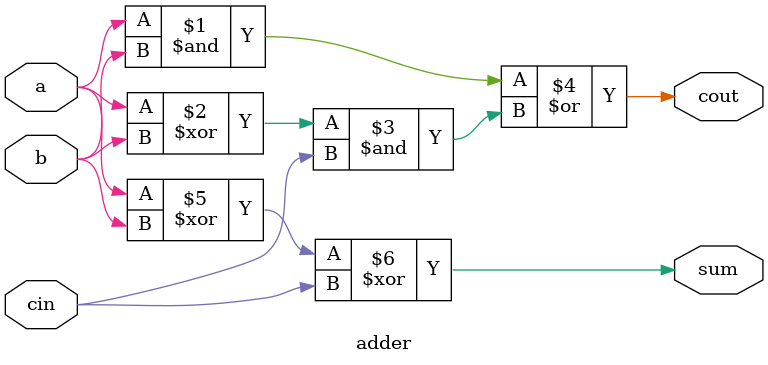
<source format=sv>

module bit8adder( 
	input logic [8:0] a,b,
	input logic cin,
	output logic [8:0] out);
	logic [8:0] cary;
	
adder adder1 (
					.a(a[0]),
					.b(b[0]^cin),
					.cin(cin),
					.cout(cary[0]),
					.sum(out[0]));


adder adder2 (
					.a(a[1]),
					.b(b[1]^cin),
					.cin(cary[0]),
					.cout(cary[1]),
					.sum(out[1]));


adder adder3 (
					.a(a[2]),
					.b(b[2]^cin),
					.cin(cary[1]),
					.cout(cary[2]),
					.sum(out[2]));

adder adder4 (
					.a(a[3]),
					.b(b[3]^cin),
					.cin(cary[2]),
					.cout(cary[3]),
					.sum(out[3]));


adder adder5 (
					.a(a[4]),
					.b(b[4]^cin),
					.cin(cary[3]),
					.cout(cary[4]),
					.sum(out[4]));			
				
adder adder6 (
					.a(a[5]),
					.b(b[5]^cin),
					.cin(cary[4]),
					.cout(cary[5]),
					.sum(out[5]));
					
adder adder7 (
					.a(a[6]),
					.b(b[6]^cin),
					.cin(cary[5]),
					.cout(cary[6]),
					.sum(out[6]));	
					
adder adder8 (
					.a(a[7]),
					.b(b[7]^cin),
					.cin(cary[6]),
					.cout(cary[7]),
					.sum(out[7]));
					
adder adder9 (
					.a(a[8]),
					.b(b[8]^cin),
					.cin(cary[7]),
					.cout(cary[8]),
					.sum(out[8]));
					
endmodule 
					

module adder ( 
		input logic a, b, cin,
		output logic cout, sum);
		
		assign cout = (a & b)  | ((a ^ b ) & cin);
		assign sum = a ^ b ^ cin;
endmodule 
</source>
